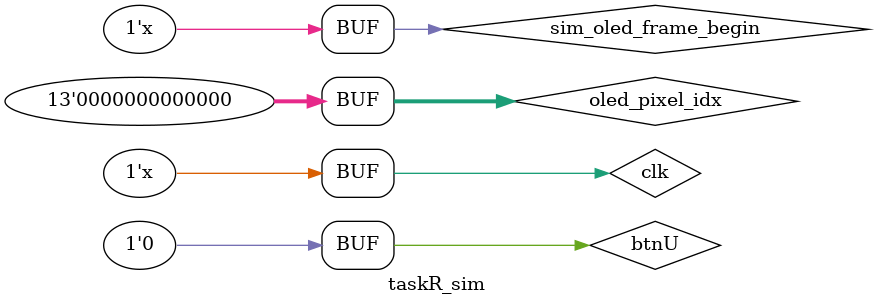
<source format=v>
`timescale 1ns / 1ps


module taskR_sim(

    );
    reg clk, btnU;
    reg [12:0] oled_pixel_idx = 0; //0 to 6143]
    reg sim_oled_frame_begin = 0;
    wire [7:0] JB;

    Top_Student uut (
        .clk(clk),
        .btnU(btnU), 
        // .sim_oled_pixel_index(oled_pixel_idx),
        .sim_oled_frame_begin(sim_oled_frame_begin),
        .JB(JB)
    );

    initial begin
        clk = 0;
        btnU = 0;
        sim_oled_frame_begin = 0;
    end

    always #2 sim_oled_frame_begin = ~sim_oled_frame_begin;
    always #1 clk = ~clk; // Toggle clock every 5 time units
    // always @(posedge clk) begin
    //     //make oled_pixel_idx count from 0 to 6143 every clk cycle
    //     if (oled_pixel_idx < 6143) begin
    //         oled_pixel_idx = oled_pixel_idx + 1;
    //     end else begin
    //         oled_pixel_idx = 0;
    //     end
    // end
endmodule

</source>
